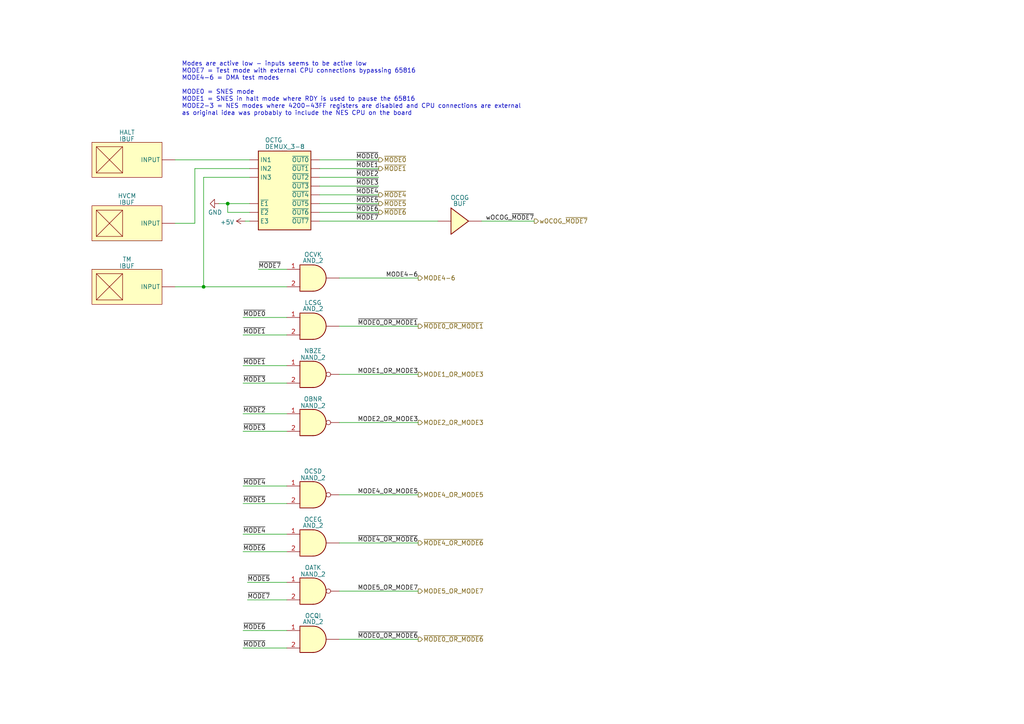
<source format=kicad_sch>
(kicad_sch (version 20230121) (generator eeschema)
  (paper "A4")
  (title_block (title "SNES S-CPU Schematics ") (date "2023-10-21") (rev "0.1") (company "Author: Regis Galland"))
  (lib_symbols
    (symbol "Ricoh_Cells:AND_2" (pin_names hide)
      (property "Reference" "U" (at 0 5.08 0))
      (property "Value" "AND_2" (at 0 -5.08 0))
      (symbol "AND_2_1_1"
        (arc (start 0 -3.81) (mid 3.7825 0) (end 0 3.81) (stroke (width 0.254)) (fill (type background)))
        (polyline (pts (xy 0 3.81) (xy -3.81 3.81) (xy -3.81 -3.81) (xy 0 -3.81)) (stroke (width 0.254)) (fill (type background)))
        (pin input line (at -7.62 2.54 0) (length 3.81) (name "~") (number "1"))
        (pin input line (at -7.62 -2.54 0) (length 3.81) (name "~") (number "2"))
        (pin output line (at 7.62 0 180) (length 3.81) (name "~") (number "3"))
      )
    )
    (symbol "Ricoh_Cells:BUF" (pin_numbers hide) (pin_names hide)
      (property "Reference" "U?" (at 0 5.08 0))
      (property "Value" "BUF" (at 0 -5.08 0))
      (symbol "BUF_1_0"
        (polyline (pts (xy -2.54 3.81) (xy -2.54 -3.81) (xy 2.54 0) (xy -2.54 3.81)) (stroke (width 0.254)) (fill (type background)))
        (pin input line (at -6.35 0 0) (length 3.81) (name "~") (number "1"))
        (pin output line (at 6.35 0 180) (length 3.81) (name "~") (number "2"))
      )
    )
    (symbol "Ricoh_Cells:DEMUX_3-8"
      (property "Reference" "U5" (at 1.9559 15.7099 0))
      (property "Value" "DEMUX_3-8" (at 1.9559 13.7889 0))
      (symbol "DEMUX_3-8_0_1"
        (rectangle (start -7.62 12.7) (end 7.62 -10.16) (stroke (width 0.254)) (fill (type background)))
      )
      (symbol "DEMUX_3-8_1_1"
        (pin input line (at -10.16 -7.62 0) (length 2.54) (name "E3") (number ""))
        (pin input line (at -10.16 10.16 0) (length 2.54) (name "IN1") (number ""))
        (pin input line (at -10.16 7.62 0) (length 2.54) (name "IN2") (number ""))
        (pin input line (at -10.16 5.08 0) (length 2.54) (name "IN3") (number ""))
        (pin input line (at -10.16 -2.54 0) (length 2.54) (name "~{E1}") (number ""))
        (pin input line (at -10.16 -5.08 0) (length 2.54) (name "~{E2}") (number ""))
        (pin output line (at 10.16 10.16 180) (length 2.54) (name "~{OUT0}") (number ""))
        (pin output line (at 10.16 7.62 180) (length 2.54) (name "~{OUT1}") (number ""))
        (pin output line (at 10.16 5.08 180) (length 2.54) (name "~{OUT2}") (number ""))
        (pin output line (at 10.16 2.54 180) (length 2.54) (name "~{OUT3}") (number ""))
        (pin output line (at 10.16 0 180) (length 2.54) (name "~{OUT4}") (number ""))
        (pin output line (at 10.16 -2.54 180) (length 2.54) (name "~{OUT5}") (number ""))
        (pin output line (at 10.16 -5.08 180) (length 2.54) (name "~{OUT6}") (number ""))
        (pin output line (at 10.16 -7.62 180) (length 2.54) (name "~{OUT7}") (number ""))
      )
    )
    (symbol "Ricoh_Cells:IBUF" (pin_numbers hide)
      (property "Reference" "U" (at 0 6.35 0))
      (property "Value" "IBUF" (at 0 -6.35 0))
      (symbol "IBUF_0_1"
        (rectangle (start -10.16 5.08) (end 10.16 -5.08) (fill (type background)))
        (rectangle (start -8.89 3.81) (end -1.27 -3.81))
        (polyline (pts (xy -8.89 -3.81) (xy -1.27 3.81)))
        (polyline (pts (xy -1.27 -3.81) (xy -8.89 3.81)))
      )
      (symbol "IBUF_1_1"
        (pin output line (at 13.97 0 180) (length 3.81) (name "INPUT") (number "1"))
      )
    )
    (symbol "Ricoh_Cells:NAND_2" (pin_names hide)
      (property "Reference" "U" (at 0 5.08 0))
      (property "Value" "NAND_2" (at 0 -5.08 0))
      (symbol "NAND_2_1_1"
        (arc (start 0 -3.81) (mid 3.7825 0) (end 0 3.81) (stroke (width 0.254)) (fill (type background)))
        (polyline (pts (xy 0 3.81) (xy -3.81 3.81) (xy -3.81 -3.81) (xy 0 -3.81)) (stroke (width 0.254)) (fill (type background)))
        (pin input line (at -7.62 2.54 0) (length 3.81) (name "~") (number "1"))
        (pin input line (at -7.62 -2.54 0) (length 3.81) (name "~") (number "2"))
        (pin output inverted (at 7.62 0 180) (length 3.81) (name "~") (number "3"))
      )
    )
    (symbol "power:+5V" (power) (pin_names (offset 0))
      (property "Value" "+5V" (at 0 3.556 0))
      (symbol "+5V_0_1"
        (polyline (pts (xy -0.762 1.27) (xy 0 2.54)))
        (polyline (pts (xy 0 0) (xy 0 2.54)))
        (polyline (pts (xy 0 2.54) (xy 0.762 1.27)))
      )
      (symbol "+5V_1_1"
        (pin power_in line (at 0 0 90) (length 0) hide (name "+5V") (number "1"))
      )
    )
    (symbol "power:GND" (power) (pin_names (offset 0))
      (property "Value" "GND" (at 0 -3.81 0))
      (symbol "GND_0_1"
        (polyline (pts (xy 0 0) (xy 0 -1.27) (xy 1.27 -1.27) (xy 0 -2.54) (xy -1.27 -1.27) (xy 0 -1.27)))
      )
      (symbol "GND_1_1"
        (pin power_in line (at 0 0 270) (length 0) hide (name "GND") (number "1"))
      )
    )
  )
  (junction (at 66.04 59.055))
  (junction (at 59.055 83.185))
  (wire (pts (xy 72.39 64.135) (xy 71.12 64.135)))
  (wire (pts (xy 72.39 51.435) (xy 59.055 51.435)))
  (wire (pts (xy 139.7 64.135) (xy 154.94 64.135)))
  (wire (pts (xy 70.485 97.155) (xy 83.185 97.155)))
  (wire (pts (xy 66.04 61.595) (xy 72.39 61.595)))
  (wire (pts (xy 70.485 187.96) (xy 83.185 187.96)))
  (wire (pts (xy 98.425 108.585) (xy 121.285 108.585)))
  (wire (pts (xy 70.485 92.075) (xy 83.185 92.075)))
  (wire (pts (xy 121.285 143.51) (xy 98.425 143.51)))
  (wire (pts (xy 70.485 146.05) (xy 83.185 146.05)))
  (wire (pts (xy 70.485 160.02) (xy 83.185 160.02)))
  (wire (pts (xy 72.39 48.895) (xy 56.515 48.895)))
  (wire (pts (xy 98.425 185.42) (xy 121.285 185.42)))
  (wire (pts (xy 50.8 64.77) (xy 56.515 64.77)))
  (wire (pts (xy 98.425 122.555) (xy 121.285 122.555)))
  (wire (pts (xy 50.8 46.355) (xy 72.39 46.355)))
  (wire (pts (xy 71.755 168.91) (xy 83.185 168.91)))
  (wire (pts (xy 92.71 64.135) (xy 127 64.135)))
  (wire (pts (xy 92.71 51.435) (xy 109.855 51.435)))
  (wire (pts (xy 70.485 140.97) (xy 83.185 140.97)))
  (wire (pts (xy 70.485 154.94) (xy 83.185 154.94)))
  (wire (pts (xy 63.5 59.055) (xy 66.04 59.055)))
  (wire (pts (xy 92.71 53.975) (xy 109.855 53.975)))
  (wire (pts (xy 72.39 59.055) (xy 66.04 59.055)))
  (wire (pts (xy 70.485 120.015) (xy 83.185 120.015)))
  (wire (pts (xy 92.71 46.355) (xy 109.855 46.355)))
  (wire (pts (xy 121.285 157.48) (xy 98.425 157.48)))
  (wire (pts (xy 92.71 59.055) (xy 109.855 59.055)))
  (wire (pts (xy 92.71 48.895) (xy 109.855 48.895)))
  (wire (pts (xy 59.055 51.435) (xy 59.055 83.185)))
  (wire (pts (xy 109.855 61.595) (xy 92.71 61.595)))
  (wire (pts (xy 70.485 125.095) (xy 83.185 125.095)))
  (wire (pts (xy 98.425 80.645) (xy 121.285 80.645)))
  (wire (pts (xy 66.04 59.055) (xy 66.04 61.595)))
  (wire (pts (xy 74.93 78.105) (xy 83.185 78.105)))
  (wire (pts (xy 98.425 171.45) (xy 121.285 171.45)))
  (wire (pts (xy 109.855 56.515) (xy 92.71 56.515)))
  (wire (pts (xy 70.485 106.045) (xy 83.185 106.045)))
  (wire (pts (xy 121.285 94.615) (xy 98.425 94.615)))
  (wire (pts (xy 70.485 111.125) (xy 83.185 111.125)))
  (wire (pts (xy 70.485 182.88) (xy 83.185 182.88)))
  (wire (pts (xy 56.515 48.895) (xy 56.515 64.77)))
  (wire (pts (xy 50.8 83.185) (xy 59.055 83.185)))
  (wire (pts (xy 71.755 173.99) (xy 83.185 173.99)))
  (wire (pts (xy 59.055 83.185) (xy 83.185 83.185)))
  (text "Modes are active low - inputs seems to be active low\nMODE7 = Test mode with external CPU connections bypassing 65816\nMODE4-6 = DMA test modes\n\nMODE0 = SNES mode\nMODE1 = SNES in halt mode where RDY is used to pause the 65816\nMODE2-3 = NES modes where 4200-43FF registers are disabled and CPU connections are external\nas original idea was probably to include the NES CPU on the board\n" (at 52.705 33.655 0) (effects (font (size 1.27 1.27)) (justify left bottom)))
  (label "~{MODE0_OR_MODE1}" (at 121.285 94.615 180))
  (label "MODE4-6" (at 121.285 80.645 180))
  (label "MODE4_OR_MODE5" (at 121.285 143.51 180))
  (label "~{MODE2}" (at 109.855 51.435 180))
  (label "MODE2_OR_MODE3" (at 121.285 122.555 180))
  (label "~{MODE6}" (at 109.855 61.595 180))
  (label "~{MODE4}" (at 109.855 56.515 180))
  (label "~{MODE5}" (at 71.755 168.91 0))
  (label "~{MODE1}" (at 70.485 106.045 0))
  (label "~{MODE1}" (at 109.855 48.895 180))
  (label "~{MODE4}" (at 70.485 154.94 0))
  (label "~{MODE2}" (at 70.485 120.015 0))
  (label "~{MODE7}" (at 74.93 78.105 0))
  (label "~{MODE5}" (at 70.485 146.05 0))
  (label "~{MODE1}" (at 70.485 97.155 0))
  (label "~{MODE4}" (at 70.485 140.97 0))
  (label "~{MODE0_OR_MODE6}" (at 121.285 185.42 180))
  (label "~{MODE4_OR_MODE6}" (at 121.285 157.48 180))
  (label "~{MODE0}" (at 109.855 46.355 180))
  (label "~{MODE7}" (at 71.755 173.99 0))
  (label "~{MODE3}" (at 70.485 125.095 0))
  (label "~{MODE6}" (at 70.485 160.02 0))
  (label "~{MODE7}" (at 109.855 64.135 180))
  (label "MODE5_OR_MODE7" (at 121.285 171.45 180))
  (label "~{MODE6}" (at 70.485 182.88 0))
  (label "wOCOG_~{MODE7}" (at 154.94 64.135 180))
  (label "~{MODE3}" (at 70.485 111.125 0))
  (label "~{MODE3}" (at 109.855 53.975 180))
  (label "MODE1_OR_MODE3" (at 121.285 108.585 180))
  (label "~{MODE0}" (at 70.485 92.075 0))
  (label "~{MODE5}" (at 109.855 59.055 180))
  (label "~{MODE0}" (at 70.485 187.96 0))
  (hierarchical_label "MODE5_OR_MODE7" (shape output) (at 121.285 171.45 0))
  (hierarchical_label "MODE4_OR_MODE5" (shape output) (at 121.285 143.51 0))
  (hierarchical_label "~{MODE5}" (shape output) (at 109.855 59.055 0))
  (hierarchical_label "~{MODE4}" (shape output) (at 109.855 56.515 0))
  (hierarchical_label "~{MODE1}" (shape output) (at 109.855 48.895 0))
  (hierarchical_label "MODE1_OR_MODE3" (shape output) (at 121.285 108.585 0))
  (hierarchical_label "~{MODE0_OR_MODE1}" (shape output) (at 121.285 94.615 0))
  (hierarchical_label "~{MODE4_OR_MODE6}" (shape output) (at 121.285 157.48 0))
  (hierarchical_label "wOCOG_~{MODE7}" (shape output) (at 154.94 64.135 0))
  (hierarchical_label "~{MODE0}" (shape output) (at 109.855 46.355 0))
  (hierarchical_label "MODE4-6" (shape output) (at 121.285 80.645 0))
  (hierarchical_label "~{MODE6}" (shape output) (at 109.855 61.595 0))
  (hierarchical_label "MODE2_OR_MODE3" (shape output) (at 121.285 122.555 0))
  (hierarchical_label "~{MODE0_OR_MODE6}" (shape output) (at 121.285 185.42 0))
  (symbol (lib_id "Ricoh_Cells:AND_2") (at 90.805 185.42 0) (unit 1)
    (property "Reference" "OCQI" (at 90.7967 178.6001 0))
    (property "Value" "AND_2" (at 90.805 180.34 0))
    (property "Datasheet" "http://iceboy.a-singer.de/doc/dmg_cells.html#and2" (effects hide))
  )
  (symbol (lib_id "Ricoh_Cells:AND_2") (at 90.805 80.645 0) (unit 1)
    (property "Reference" "OCVK" (at 90.7967 73.8251 0))
    (property "Value" "AND_2" (at 90.805 75.565 0))
    (property "Datasheet" "http://iceboy.a-singer.de/doc/dmg_cells.html#and2" (effects hide))
  )
  (symbol (lib_id "Ricoh_Cells:AND_2") (at 90.805 94.615 0) (unit 1)
    (property "Reference" "LCSG" (at 90.7967 87.7951 0))
    (property "Value" "AND_2" (at 90.805 89.535 0))
    (property "Datasheet" "http://iceboy.a-singer.de/doc/dmg_cells.html#and2" (effects hide))
  )
  (symbol (lib_id "Ricoh_Cells:IBUF") (at 36.83 46.355 0) (unit 1)
    (property "Reference" "HALT" (at 36.83 38.3921 0))
    (property "Value" "IBUF" (at 36.83 40.3131 0))
  )
  (symbol (lib_id "Ricoh_Cells:NAND_2") (at 90.805 108.585 0) (unit 1)
    (property "Reference" "NBZE" (at 90.7912 101.7651 0))
    (property "Value" "NAND_2" (at 90.7912 103.6861 0))
    (property "Datasheet" "http://iceboy.a-singer.de/doc/dmg_cells.html#nand2" (effects hide))
  )
  (symbol (lib_id "Ricoh_Cells:AND_2") (at 90.805 157.48 0) (unit 1)
    (property "Reference" "OCEG" (at 90.7967 150.6601 0))
    (property "Value" "AND_2" (at 90.805 152.4 0))
    (property "Datasheet" "http://iceboy.a-singer.de/doc/dmg_cells.html#and2" (effects hide))
  )
  (symbol (lib_id "Ricoh_Cells:IBUF") (at 36.83 64.77 0) (unit 1)
    (property "Reference" "HVCM" (at 36.83 56.8071 0))
    (property "Value" "IBUF" (at 36.83 58.7281 0))
  )
  (symbol (lib_id "power:+5V") (at 71.12 64.135 90) (unit 1)
    (property "Reference" "#PWR08" (effects hide))
    (property "Value" "+5V" (at 67.9451 64.4518 90) (effects (justify left)))
    (instances (project "S-CPU" (path "" (reference "#PWR08") (unit 1)) (path "" (reference "#PWR03") (unit 1)) (path "" (reference "#PWR03") (unit 1)) (path "" (reference "#PWR061") (unit 1))))
  )
  (symbol (lib_id "Ricoh_Cells:IBUF") (at 36.83 83.185 0) (unit 1)
    (property "Reference" "TM" (at 36.83 75.2221 0))
    (property "Value" "IBUF" (at 36.83 77.1431 0))
  )
  (symbol (lib_id "Ricoh_Cells:NAND_2") (at 90.805 122.555 0) (unit 1)
    (property "Reference" "OBNR" (at 90.7912 115.7351 0))
    (property "Value" "NAND_2" (at 90.7912 117.6561 0))
    (property "Datasheet" "http://iceboy.a-singer.de/doc/dmg_cells.html#nand2" (effects hide))
  )
  (symbol (lib_id "power:GND") (at 63.5 59.055 270) (mirror x) (unit 1)
    (property "Reference" "#PWR02" (effects hide))
    (property "Value" "GND" (at 60.325 61.595 90) (effects (justify left)))
    (instances (project "S-CPU" (path "" (reference "#PWR02") (unit 1)) (path "" (reference "#PWR02") (unit 1)) (path "" (reference "#PWR02") (unit 1)) (path "" (reference "#PWR060") (unit 1))))
  )
  (symbol (lib_id "Ricoh_Cells:BUF") (at 133.35 64.135 0) (unit 1)
    (property "Reference" "OCOG" (at 133.35 57.3151 0))
    (property "Value" "BUF" (at 133.35 59.055 0))
    (property "Datasheet" "http://www.ti.com/lit/ds/symlink/cd4010b-q1.pdf" (effects hide))
  )
  (symbol (lib_id "Ricoh_Cells:NAND_2") (at 90.805 171.45 0) (unit 1)
    (property "Reference" "OATK" (at 90.7912 164.6301 0))
    (property "Value" "NAND_2" (at 90.7912 166.5511 0))
    (property "Datasheet" "http://iceboy.a-singer.de/doc/dmg_cells.html#nand2" (effects hide))
  )
  (symbol (lib_id "Ricoh_Cells:NAND_2") (at 90.805 143.51 0) (unit 1)
    (property "Reference" "OCSD" (at 90.7912 136.6901 0))
    (property "Value" "NAND_2" (at 90.7912 138.6111 0))
    (property "Datasheet" "http://iceboy.a-singer.de/doc/dmg_cells.html#nand2" (effects hide))
  )
  (symbol (lib_id "Ricoh_Cells:DEMUX_3-8") (at 82.55 56.515 0) (unit 1)
    (property "Reference" "OCTG" (at 76.835 40.624 0) (effects (justify left)))
    (property "Value" "DEMUX_3-8" (at 76.835 42.545 0) (effects (justify left)))
    (property "Datasheet" "https://www.ti.com/lit/ds/symlink/cd74hc238.pdf" (effects hide))
  )
)
</source>
